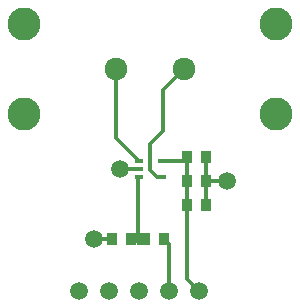
<source format=gtl>
G04 Layer_Physical_Order=1*
G04 Layer_Color=255*
%FSLAX43Y43*%
%MOMM*%
G71*
G01*
G75*
%ADD10R,0.950X1.000*%
%ADD11R,0.750X0.400*%
%ADD12C,0.305*%
%ADD13C,0.300*%
%ADD14R,0.425X0.150*%
%ADD15C,1.500*%
%ADD16C,2.800*%
%ADD17C,1.920*%
D10*
X13400Y6300D02*
D03*
X11800D02*
D03*
X16200Y6300D02*
D03*
X14600D02*
D03*
X19725Y13200D02*
D03*
X18125D02*
D03*
X19725Y11200D02*
D03*
X18125D02*
D03*
X19725Y9200D02*
D03*
X18125D02*
D03*
D11*
X14084Y12850D02*
D03*
Y12200D02*
D03*
Y11550D02*
D03*
X15984Y12850D02*
D03*
Y11550D02*
D03*
D12*
X14000Y6000D02*
Y11300D01*
X16100Y15400D02*
Y18900D01*
X15000Y14300D02*
X16100Y15400D01*
X15000Y12100D02*
Y14300D01*
Y12100D02*
X15550Y11550D01*
X15984D01*
X12100Y14834D02*
X14084Y12850D01*
X12100Y14834D02*
Y20700D01*
X18125Y13200D02*
X18125Y13200D01*
Y11200D02*
Y13200D01*
Y9200D02*
Y11200D01*
X16200Y6300D02*
X16600Y5900D01*
X18125Y2915D02*
Y9200D01*
X16100Y18900D02*
X17900Y20700D01*
X18125Y2915D02*
X19140Y1900D01*
X16600D02*
Y5900D01*
D13*
X14059Y12225D02*
X14084Y12200D01*
X12475Y12225D02*
X14059D01*
X15984Y12850D02*
X17775D01*
X18125Y13200D01*
X19725Y11200D02*
X21475D01*
X19725Y9200D02*
Y11200D01*
X19725Y11200D02*
Y13200D01*
Y11200D02*
X19725Y11200D01*
X10275Y6300D02*
X11800D01*
D14*
X14087Y5875D02*
D03*
D15*
X14060Y1900D02*
D03*
X11520D02*
D03*
X8980D02*
D03*
X16600D02*
D03*
X19140D02*
D03*
X12475Y12225D02*
D03*
X21475Y11200D02*
D03*
X10275Y6300D02*
D03*
D16*
X4300Y24500D02*
D03*
Y16900D02*
D03*
X25700D02*
D03*
Y24500D02*
D03*
D17*
X12100Y20700D02*
D03*
X17900D02*
D03*
M02*

</source>
